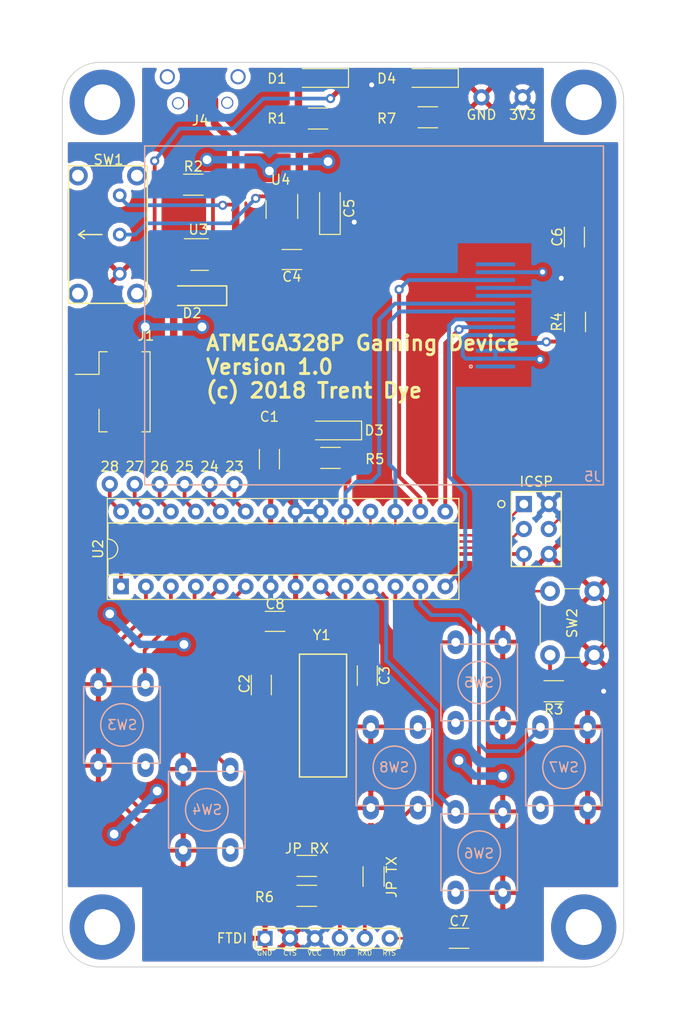
<source format=kicad_pcb>
(kicad_pcb (version 4) (host pcbnew 4.0.7)
  (layers (0 F.Cu signal) (31 B.Cu signal) (34 B.Paste user hide) (35 F.Paste user hide) (36 B.SilkS user) (37 F.SilkS user) (38 B.Mask user hide) (39 F.Mask user hide) (44 Edge.Cuts user))
  (net 0 "")
  (net 1 +3V3)
  (net 2 GND)
  (net 3 XTAL1)
  (net 4 XTAL2)
  (net 5 "Net-(C4-Pad2)")
  (net 6 "Net-(C7-Pad1)")
  (net 7 MCU_RESET)
  (net 8 "Net-(D1-Pad1)")
  (net 9 "Net-(D1-Pad2)")
  (net 10 VBUS)
  (net 11 +BATT)
  (net 12 "Net-(D3-Pad2)")
  (net 13 "Net-(D4-Pad1)")
  (net 14 "Net-(J2-Pad4)")
  (net 15 TXD)
  (net 16 MISO)
  (net 17 SCK)
  (net 18 MOSI)
  (net 19 "Net-(R2-Pad2)")
  (net 20 DISP_LED+)
  (net 21 RXD)
  (net 22 "Net-(SW1-Pad2)")
  (net 23 BUTTON_A)
  (net 24 BUTTON_B)
  (net 25 BUTTON_UP)
  (net 26 BUTTON_DOWN)
  (net 27 BUTTON_LEFT)
  (net 28 BUTTON_RIGHT)
  (net 29 DISP_RESET)
  (net 30 CS)
  (net 31 DISP_RS)
  (net 32 "Net-(Y1-Pad3)")
  (net 33 "Net-(Y1-Pad2)")
  (net 34 "Net-(J2-Pad5)")
  (net 35 "Net-(J5-Pad14)")
  (net 36 "Net-(J5-Pad1)")
  (net 37 "Net-(JP1-Pad2)")
  (net 38 "Net-(TP2-Pad1)")
  (net 39 "Net-(TP3-Pad1)")
  (net 40 "Net-(TP4-Pad1)")
  (net 41 "Net-(TP5-Pad1)")
  (net 42 "Net-(TP6-Pad1)")
  (net 43 "Net-(TP7-Pad1)")
  (module Capacitors_SMD:C_1206_HandSoldering (layer F.Cu) (at 46.482 65.786 90)
    (fp_text reference C1 (at 4.318 0 180) (layer F.SilkS))
    (fp_text value "0.1 uF")
    (pad 1 smd rect (at -2 0 90) (size 2 1.6) (layers F.Cu F.Paste F.Mask) (net 1 +3V3))
    (pad 2 smd rect (at 2 0 90) (size 2 1.6) (layers F.Cu F.Paste F.Mask) (net 2 GND))
  )
  (module Capacitors_SMD:C_1206_HandSoldering (layer F.Cu) (at 45.6565 88.773 270)
    (fp_text reference C2 (at -0.127 1.7145 270) (layer F.SilkS))
    (fp_text value 20pF)
    (pad 1 smd rect (at -2 0 270) (size 2 1.6) (layers F.Cu F.Paste F.Mask) (net 3 XTAL1))
    (pad 2 smd rect (at 2 0 270) (size 2 1.6) (layers F.Cu F.Paste F.Mask) (net 2 GND))
  )
  (module Capacitors_SMD:C_1206_HandSoldering (layer F.Cu) (at 56.4515 87.8205 270)
    (fp_text reference C3 (at 0 -1.75 270) (layer F.SilkS))
    (fp_text value 20pF)
    (pad 1 smd rect (at -2 0 270) (size 2 1.6) (layers F.Cu F.Paste F.Mask) (net 4 XTAL2))
    (pad 2 smd rect (at 2 0 270) (size 2 1.6) (layers F.Cu F.Paste F.Mask) (net 2 GND))
  )
  (module Capacitors_SMD:C_1206_HandSoldering (layer F.Cu) (at 48.768 45.466 180)
    (fp_text reference C4 (at 0 -1.75 180) (layer F.SilkS))
    (fp_text value 470pf)
    (pad 1 smd rect (at -2 0 180) (size 2 1.6) (layers F.Cu F.Paste F.Mask) (net 2 GND))
    (pad 2 smd rect (at 2 0 180) (size 2 1.6) (layers F.Cu F.Paste F.Mask) (net 5 "Net-(C4-Pad2)"))
  )
  (module Capacitors_Tantalum_SMD:CP_Tantalum_Case-S_EIA-3216-12_Reflow (layer F.Cu) (at 52.6415 40.259 90)
    (fp_text reference C5 (at 0 1.9685 90) (layer F.SilkS))
    (fp_text value 10uF)
    (pad 1 smd rect (at -1.375 0 90) (size 1.95 1.5) (layers F.Cu F.Paste F.Mask) (net 1 +3V3))
    (pad 2 smd rect (at 1.375 0 90) (size 1.95 1.5) (layers F.Cu F.Paste F.Mask) (net 2 GND))
  )
  (module Capacitors_SMD:C_1206_HandSoldering (layer F.Cu) (at 77.5335 43.18 90)
    (fp_text reference C6 (at 0 -1.75 90) (layer F.SilkS))
    (fp_text value .1uF)
    (pad 1 smd rect (at -2 0 90) (size 2 1.6) (layers F.Cu F.Paste F.Mask) (net 1 +3V3))
    (pad 2 smd rect (at 2 0 90) (size 2 1.6) (layers F.Cu F.Paste F.Mask) (net 2 GND))
  )
  (module Capacitors_SMD:C_1206_HandSoldering (layer F.Cu) (at 65.786 114.554)
    (fp_text reference C7 (at 0 -1.75) (layer F.SilkS))
    (fp_text value "0.1 uF")
    (pad 1 smd rect (at -2 0) (size 2 1.6) (layers F.Cu F.Paste F.Mask) (net 6 "Net-(C7-Pad1)"))
    (pad 2 smd rect (at 2 0) (size 2 1.6) (layers F.Cu F.Paste F.Mask) (net 7 MCU_RESET))
  )
  (module LEDs:LED_1206_HandSoldering (layer F.Cu) (at 51.435 26.9875 180)
    (fp_text reference D1 (at 4.191 -0.0635 180) (layer F.SilkS))
    (fp_text value LED)
    (pad 1 smd rect (at -2 0 180) (size 2 1.7) (layers F.Cu F.Paste F.Mask) (net 8 "Net-(D1-Pad1)"))
    (pad 2 smd rect (at 2 0 180) (size 2 1.7) (layers F.Cu F.Paste F.Mask) (net 9 "Net-(D1-Pad2)"))
  )
  (module LEDs:LED_1206_HandSoldering (layer F.Cu) (at 52.7685 62.865 180)
    (fp_text reference D3 (at -4.3815 0 180) (layer F.SilkS))
    (fp_text value LED)
    (pad 1 smd rect (at -2 0 180) (size 2 1.7) (layers F.Cu F.Paste F.Mask) (net 2 GND))
    (pad 2 smd rect (at 2 0 180) (size 2 1.7) (layers F.Cu F.Paste F.Mask) (net 12 "Net-(D3-Pad2)"))
  )
  (module LEDs:LED_1206_HandSoldering (layer F.Cu) (at 62.611 26.9875 180)
    (fp_text reference D4 (at 4.191 -0.0635 180) (layer F.SilkS))
    (fp_text value LED)
    (pad 1 smd rect (at -2 0 180) (size 2 1.7) (layers F.Cu F.Paste F.Mask) (net 13 "Net-(D4-Pad1)"))
    (pad 2 smd rect (at 2 0 180) (size 2 1.7) (layers F.Cu F.Paste F.Mask) (net 1 +3V3))
  )
  (module Connectors_JST:JST_PH_B2B-PH-SM4-TB_02x2.00mm_Straight (layer F.Cu) (at 30.607 58.928 270)
    (fp_text reference J1 (at -5.715 -3.302 360) (layer F.SilkS))
    (fp_text value JST)
    (pad 1 smd rect (at -1 1.125 270) (size 1 5.5) (layers F.Cu F.Paste F.Mask) (net 2 GND))
    (pad 2 smd rect (at 1 1.125 270) (size 1 5.5) (layers F.Cu F.Paste F.Mask) (net 11 +BATT))
    (pad "" smd rect (at -3.4 -1.125 270) (size 1.6 3) (layers F.Cu F.Paste F.Mask))
    (pad "" smd rect (at 3.4 -1.125 270) (size 1.6 3) (layers F.Cu F.Paste F.Mask))
  )
  (module MyComponents:10118194-0001LF (layer F.Cu) (at 39.6875 26.8605 180)
    (fp_text reference J4 (at 0.25 -4.45 180) (layer F.SilkS))
    (fp_text value MICROUSB)
    (pad 5 smd rect (at 1.3 -2.7 180) (size 0.4 1.35) (layers F.Cu F.Paste F.Mask) (net 2 GND))
    (pad 1 smd rect (at -1.3 -2.7 180) (size 0.4 1.35) (layers F.Cu F.Paste F.Mask) (net 10 VBUS))
    (pad "" np_thru_hole circle (at 2.5 -2.7 180) (size 1.25 1.25) (drill 1) (layers *.Cu *.Mask))
    (pad "" np_thru_hole circle (at -2.5 -2.65 180) (size 1.25 1.25) (drill 1) (layers *.Cu *.Mask))
    (pad "" np_thru_hole circle (at 3.6 0 180) (size 1.55 1.55) (drill 1.15) (layers *.Cu *.Mask))
    (pad "" np_thru_hole circle (at -3.6 0 180) (size 1.55 1.55) (drill 1.15) (layers *.Cu *.Mask))
  )
  (module Resistors_SMD:R_1206_HandSoldering (layer F.Cu) (at 50.292 107.188 180)
    (fp_text reference "JP RX" (at 0 1.778 180) (layer F.SilkS))
    (fp_text value MCU_RXD)
    (pad 1 smd rect (at -2 0 180) (size 2 1.7) (layers F.Cu F.Paste F.Mask) (net 21 RXD))
    (pad 2 smd rect (at 2 0 180) (size 2 1.7) (layers F.Cu F.Paste F.Mask) (net 37 "Net-(JP1-Pad2)"))
  )
  (module Resistors_SMD:R_1206_HandSoldering (layer F.Cu) (at 57.0865 108.2675 270)
    (fp_text reference "JP TX" (at 0.0635 -1.8415 270) (layer F.SilkS))
    (fp_text value MCU_TXD)
    (pad 1 smd rect (at -2 0 270) (size 2 1.7) (layers F.Cu F.Paste F.Mask) (net 15 TXD))
    (pad 2 smd rect (at 2 0 270) (size 2 1.7) (layers F.Cu F.Paste F.Mask) (net 34 "Net-(J2-Pad5)"))
  )
  (module Resistors_SMD:R_1206_HandSoldering (layer F.Cu) (at 51.435 31.115)
    (fp_text reference R1 (at -4.191 0) (layer F.SilkS))
    (fp_text value 330)
    (pad 1 smd rect (at -2 0) (size 2 1.7) (layers F.Cu F.Paste F.Mask) (net 9 "Net-(D1-Pad2)"))
    (pad 2 smd rect (at 2 0) (size 2 1.7) (layers F.Cu F.Paste F.Mask) (net 10 VBUS))
  )
  (module Resistors_SMD:R_1206_HandSoldering (layer F.Cu) (at 38.735 37.846)
    (fp_text reference R2 (at 0 -1.85) (layer F.SilkS))
    (fp_text value 10k)
    (pad 1 smd rect (at -2 0) (size 2 1.7) (layers F.Cu F.Paste F.Mask) (net 2 GND))
    (pad 2 smd rect (at 2 0) (size 2 1.7) (layers F.Cu F.Paste F.Mask) (net 19 "Net-(R2-Pad2)"))
  )
  (module Resistors_SMD:R_1206_HandSoldering (layer F.Cu) (at 75.438 89.408 180)
    (fp_text reference R3 (at 0 -1.85 180) (layer F.SilkS))
    (fp_text value 10K)
    (pad 1 smd rect (at -2 0 180) (size 2 1.7) (layers F.Cu F.Paste F.Mask) (net 1 +3V3))
    (pad 2 smd rect (at 2 0 180) (size 2 1.7) (layers F.Cu F.Paste F.Mask) (net 7 MCU_RESET))
  )
  (module Resistors_SMD:R_1206_HandSoldering (layer F.Cu) (at 77.597 51.816 90)
    (fp_text reference R4 (at 0 -1.85 90) (layer F.SilkS))
    (fp_text value 22)
    (pad 1 smd rect (at -2 0 90) (size 2 1.7) (layers F.Cu F.Paste F.Mask) (net 20 DISP_LED+))
    (pad 2 smd rect (at 2 0 90) (size 2 1.7) (layers F.Cu F.Paste F.Mask) (net 1 +3V3))
  )
  (module Resistors_SMD:R_1206_HandSoldering (layer F.Cu) (at 52.705 65.659)
    (fp_text reference R5 (at 4.5085 0.127) (layer F.SilkS))
    (fp_text value 60)
    (pad 1 smd rect (at -2 0) (size 2 1.7) (layers F.Cu F.Paste F.Mask) (net 12 "Net-(D3-Pad2)"))
    (pad 2 smd rect (at 2 0) (size 2 1.7) (layers F.Cu F.Paste F.Mask) (net 17 SCK))
  )
  (module Resistors_SMD:R_1206_HandSoldering (layer F.Cu) (at 50.292 110.236 180)
    (fp_text reference R6 (at 4.318 -0.127 180) (layer F.SilkS))
    (fp_text value 10K)
    (pad 1 smd rect (at -2 0 180) (size 2 1.7) (layers F.Cu F.Paste F.Mask) (net 14 "Net-(J2-Pad4)"))
    (pad 2 smd rect (at 2 0 180) (size 2 1.7) (layers F.Cu F.Paste F.Mask) (net 37 "Net-(JP1-Pad2)"))
  )
  (module Resistors_SMD:R_1206_HandSoldering (layer F.Cu) (at 62.611 30.988 180)
    (fp_text reference R7 (at 4.191 -0.127 180) (layer F.SilkS))
    (fp_text value 60)
    (pad 1 smd rect (at -2 0 180) (size 2 1.7) (layers F.Cu F.Paste F.Mask) (net 13 "Net-(D4-Pad1)"))
    (pad 2 smd rect (at 2 0 180) (size 2 1.7) (layers F.Cu F.Paste F.Mask) (net 2 GND))
  )
  (module Buttons_Switches_THT:SW_PUSH_6mm_h4.3mm (layer F.Cu) (at 75.057 85.725 90)
    (fp_text reference SW2 hide)
    (fp_text value 450-1647-ND)
    (fp_text user %R (at 3.25 2.25 90) (layer F.SilkS))
    (pad 2 thru_hole circle (at 0 4.5 180) (size 2 2) (drill 1.1) (layers *.Cu *.Mask) (net 2 GND))
    (pad 1 thru_hole circle (at 0 0 180) (size 2 2) (drill 1.1) (layers *.Cu *.Mask) (net 7 MCU_RESET))
    (pad 2 thru_hole circle (at 6.5 4.5 180) (size 2 2) (drill 1.1) (layers *.Cu *.Mask) (net 2 GND))
    (pad 1 thru_hole circle (at 6.5 0 180) (size 2 2) (drill 1.1) (layers *.Cu *.Mask) (net 7 MCU_RESET))
  )
  (module MyComponents:ADAFRUIT_SOFT_TOUCH_BUTTON (layer B.Cu) (at 31.4706 92.837 90)
    (fp_text reference SW3 (at 0 0.0254 360) (layer B.SilkS) (effects (justify mirror)))
    (fp_text value BTN_A)
    (pad 1 thru_hole oval (at -4.1 2.4 90) (size 2.413 1.651) (drill 0.889) (layers *.Cu *.Mask) (net 23 BUTTON_A))
    (pad 2 thru_hole oval (at -4.1 -2.4 90) (size 2.413 1.651) (drill 0.889) (layers *.Cu *.Mask) (net 2 GND))
    (pad 1 thru_hole oval (at 4.1 2.4 90) (size 2.413 1.651) (drill 0.889) (layers *.Cu *.Mask) (net 23 BUTTON_A))
    (pad 2 thru_hole oval (at 4.1 -2.4 90) (size 2.413 1.651) (drill 0.889) (layers *.Cu *.Mask) (net 2 GND))
  )
  (module MyComponents:ADAFRUIT_SOFT_TOUCH_BUTTON (layer B.Cu) (at 40.1066 101.473 90)
    (fp_text reference SW4 (at 0 0.0254 180) (layer B.SilkS) (effects (justify mirror)))
    (fp_text value BTN_B)
    (pad 1 thru_hole oval (at -4.1 2.4 90) (size 2.413 1.651) (drill 0.889) (layers *.Cu *.Mask) (net 24 BUTTON_B))
    (pad 2 thru_hole oval (at -4.1 -2.4 90) (size 2.413 1.651) (drill 0.889) (layers *.Cu *.Mask) (net 2 GND))
    (pad 1 thru_hole oval (at 4.1 2.4 90) (size 2.413 1.651) (drill 0.889) (layers *.Cu *.Mask) (net 24 BUTTON_B))
    (pad 2 thru_hole oval (at 4.1 -2.4 90) (size 2.413 1.651) (drill 0.889) (layers *.Cu *.Mask) (net 2 GND))
  )
  (module MyComponents:ADAFRUIT_SOFT_TOUCH_BUTTON (layer B.Cu) (at 67.8434 88.519 270)
    (fp_text reference SW5 (at 0 0.0254 360) (layer B.SilkS) (effects (justify mirror)))
    (fp_text value BTN_U)
    (pad 1 thru_hole oval (at -4.1 2.4 270) (size 2.413 1.651) (drill 0.889) (layers *.Cu *.Mask) (net 25 BUTTON_UP))
    (pad 2 thru_hole oval (at -4.1 -2.4 270) (size 2.413 1.651) (drill 0.889) (layers *.Cu *.Mask) (net 2 GND))
    (pad 1 thru_hole oval (at 4.1 2.4 270) (size 2.413 1.651) (drill 0.889) (layers *.Cu *.Mask) (net 25 BUTTON_UP))
    (pad 2 thru_hole oval (at 4.1 -2.4 270) (size 2.413 1.651) (drill 0.889) (layers *.Cu *.Mask) (net 2 GND))
  )
  (module MyComponents:ADAFRUIT_SOFT_TOUCH_BUTTON (layer B.Cu) (at 67.8434 105.791 270)
    (fp_text reference SW6 (at 0.127 0.0254 360) (layer B.SilkS) (effects (justify mirror)))
    (fp_text value BTN_D)
    (pad 1 thru_hole oval (at -4.1 2.4 270) (size 2.413 1.651) (drill 0.889) (layers *.Cu *.Mask) (net 26 BUTTON_DOWN))
    (pad 2 thru_hole oval (at -4.1 -2.4 270) (size 2.413 1.651) (drill 0.889) (layers *.Cu *.Mask) (net 2 GND))
    (pad 1 thru_hole oval (at 4.1 2.4 270) (size 2.413 1.651) (drill 0.889) (layers *.Cu *.Mask) (net 26 BUTTON_DOWN))
    (pad 2 thru_hole oval (at 4.1 -2.4 270) (size 2.413 1.651) (drill 0.889) (layers *.Cu *.Mask) (net 2 GND))
  )
  (module MyComponents:ADAFRUIT_SOFT_TOUCH_BUTTON (layer B.Cu) (at 76.4794 97.155 270)
    (fp_text reference SW7 (at 0 0.0254 360) (layer B.SilkS) (effects (justify mirror)))
    (fp_text value BTN_L)
    (pad 1 thru_hole oval (at -4.1 2.4 270) (size 2.413 1.651) (drill 0.889) (layers *.Cu *.Mask) (net 27 BUTTON_LEFT))
    (pad 2 thru_hole oval (at -4.1 -2.4 270) (size 2.413 1.651) (drill 0.889) (layers *.Cu *.Mask) (net 2 GND))
    (pad 1 thru_hole oval (at 4.1 2.4 270) (size 2.413 1.651) (drill 0.889) (layers *.Cu *.Mask) (net 27 BUTTON_LEFT))
    (pad 2 thru_hole oval (at 4.1 -2.4 270) (size 2.413 1.651) (drill 0.889) (layers *.Cu *.Mask) (net 2 GND))
  )
  (module MyComponents:ADAFRUIT_SOFT_TOUCH_BUTTON (layer B.Cu) (at 59.2074 97.155 90)
    (fp_text reference SW8 (at 0 -0.0254 180) (layer B.SilkS) (effects (justify mirror)))
    (fp_text value BTN_R)
    (pad 1 thru_hole oval (at -4.1 2.4 90) (size 2.413 1.651) (drill 0.889) (layers *.Cu *.Mask) (net 28 BUTTON_RIGHT))
    (pad 2 thru_hole oval (at -4.1 -2.4 90) (size 2.413 1.651) (drill 0.889) (layers *.Cu *.Mask) (net 2 GND))
    (pad 1 thru_hole oval (at 4.1 2.4 90) (size 2.413 1.651) (drill 0.889) (layers *.Cu *.Mask) (net 28 BUTTON_RIGHT))
    (pad 2 thru_hole oval (at 4.1 -2.4 90) (size 2.413 1.651) (drill 0.889) (layers *.Cu *.Mask) (net 2 GND))
  )
  (module MyComponents:TP (layer F.Cu) (at 68.072 28.956)
    (fp_text reference GND (at 0 1.778) (layer F.SilkS))
    (fp_text value TEST)
    (pad 1 thru_hole circle (at 0 0) (size 1.651 1.651) (drill 0.889) (layers *.Cu *.Mask) (net 2 GND))
  )
  (module MyComponents:TP (layer F.Cu) (at 42.926 68.326)
    (fp_text reference 23 (at 0 -1.778) (layer F.SilkS))
    (fp_text value PC0)
    (pad 1 thru_hole circle (at 0 0) (size 1.651 1.651) (drill 0.889) (layers *.Cu *.Mask) (net 38 "Net-(TP2-Pad1)"))
  )
  (module MyComponents:TP (layer F.Cu) (at 40.386 68.326)
    (fp_text reference 24 (at 0 -1.778) (layer F.SilkS))
    (fp_text value PC1)
    (pad 1 thru_hole circle (at 0 0) (size 1.651 1.651) (drill 0.889) (layers *.Cu *.Mask) (net 39 "Net-(TP3-Pad1)"))
  )
  (module MyComponents:TP (layer F.Cu) (at 37.846 68.326)
    (fp_text reference 25 (at 0 -1.778) (layer F.SilkS))
    (fp_text value PC2)
    (pad 1 thru_hole circle (at 0 0) (size 1.651 1.651) (drill 0.889) (layers *.Cu *.Mask) (net 40 "Net-(TP4-Pad1)"))
  )
  (module MyComponents:TP (layer F.Cu) (at 35.306 68.326)
    (fp_text reference 26 (at 0 -1.778) (layer F.SilkS))
    (fp_text value PC3)
    (pad 1 thru_hole circle (at 0 0) (size 1.651 1.651) (drill 0.889) (layers *.Cu *.Mask) (net 41 "Net-(TP5-Pad1)"))
  )
  (module MyComponents:TP (layer F.Cu) (at 32.766 68.326)
    (fp_text reference 27 (at 0 -1.778) (layer F.SilkS))
    (fp_text value PC4)
    (pad 1 thru_hole circle (at 0 0) (size 1.651 1.651) (drill 0.889) (layers *.Cu *.Mask) (net 42 "Net-(TP6-Pad1)"))
  )
  (module MyComponents:TP (layer F.Cu) (at 30.226 68.326)
    (fp_text reference 28 (at 0 -1.778) (layer F.SilkS))
    (fp_text value PC5)
    (pad 1 thru_hole circle (at 0 0) (size 1.651 1.651) (drill 0.889) (layers *.Cu *.Mask) (net 43 "Net-(TP7-Pad1)"))
  )
  (module MyComponents:TP (layer F.Cu) (at 72.263 28.956)
    (fp_text reference 3V3 (at 0 1.778) (layer F.SilkS))
    (fp_text value +3.3V)
    (pad 1 thru_hole circle (at 0 0) (size 1.651 1.651) (drill 0.889) (layers *.Cu *.Mask) (net 1 +3V3))
  )
  (module Housings_DIP:DIP-28_W7.62mm_Socket (layer F.Cu) (at 31.369 78.74 90)
    (fp_text reference U2 (at 3.81 -2.33 90) (layer F.SilkS))
    (fp_text value ATMEGA328P-PU)
    (pad 1 thru_hole rect (at 0 0 90) (size 1.6 1.6) (drill 0.8) (layers *.Cu *.Mask) (net 7 MCU_RESET))
    (pad 15 thru_hole oval (at 7.62 33.02 90) (size 1.6 1.6) (drill 0.8) (layers *.Cu *.Mask) (net 29 DISP_RESET))
    (pad 2 thru_hole oval (at 0 2.54 90) (size 1.6 1.6) (drill 0.8) (layers *.Cu *.Mask) (net 21 RXD))
    (pad 16 thru_hole oval (at 7.62 30.48 90) (size 1.6 1.6) (drill 0.8) (layers *.Cu *.Mask) (net 30 CS))
    (pad 3 thru_hole oval (at 0 5.08 90) (size 1.6 1.6) (drill 0.8) (layers *.Cu *.Mask) (net 15 TXD))
    (pad 17 thru_hole oval (at 7.62 27.94 90) (size 1.6 1.6) (drill 0.8) (layers *.Cu *.Mask) (net 18 MOSI))
    (pad 4 thru_hole oval (at 0 7.62 90) (size 1.6 1.6) (drill 0.8) (layers *.Cu *.Mask) (net 23 BUTTON_A))
    (pad 18 thru_hole oval (at 7.62 25.4 90) (size 1.6 1.6) (drill 0.8) (layers *.Cu *.Mask) (net 16 MISO))
    (pad 5 thru_hole oval (at 0 10.16 90) (size 1.6 1.6) (drill 0.8) (layers *.Cu *.Mask) (net 24 BUTTON_B))
    (pad 19 thru_hole oval (at 7.62 22.86 90) (size 1.6 1.6) (drill 0.8) (layers *.Cu *.Mask) (net 17 SCK))
    (pad 6 thru_hole oval (at 0 12.7 90) (size 1.6 1.6) (drill 0.8) (layers *.Cu *.Mask) (net 28 BUTTON_RIGHT))
    (pad 20 thru_hole oval (at 7.62 20.32 90) (size 1.6 1.6) (drill 0.8) (layers *.Cu *.Mask) (net 1 +3V3))
    (pad 7 thru_hole oval (at 0 15.24 90) (size 1.6 1.6) (drill 0.8) (layers *.Cu *.Mask) (net 1 +3V3))
    (pad 21 thru_hole oval (at 7.62 17.78 90) (size 1.6 1.6) (drill 0.8) (layers *.Cu *.Mask) (net 1 +3V3))
    (pad 8 thru_hole oval (at 0 17.78 90) (size 1.6 1.6) (drill 0.8) (layers *.Cu *.Mask) (net 2 GND))
    (pad 22 thru_hole oval (at 7.62 15.24 90) (size 1.6 1.6) (drill 0.8) (layers *.Cu *.Mask) (net 2 GND))
    (pad 9 thru_hole oval (at 0 20.32 90) (size 1.6 1.6) (drill 0.8) (layers *.Cu *.Mask) (net 3 XTAL1))
    (pad 23 thru_hole oval (at 7.62 12.7 90) (size 1.6 1.6) (drill 0.8) (layers *.Cu *.Mask) (net 38 "Net-(TP2-Pad1)"))
    (pad 10 thru_hole oval (at 0 22.86 90) (size 1.6 1.6) (drill 0.8) (layers *.Cu *.Mask) (net 4 XTAL2))
    (pad 24 thru_hole oval (at 7.62 10.16 90) (size 1.6 1.6) (drill 0.8) (layers *.Cu *.Mask) (net 39 "Net-(TP3-Pad1)"))
    (pad 11 thru_hole oval (at 0 25.4 90) (size 1.6 1.6) (drill 0.8) (layers *.Cu *.Mask) (net 26 BUTTON_DOWN))
    (pad 25 thru_hole oval (at 7.62 7.62 90) (size 1.6 1.6) (drill 0.8) (layers *.Cu *.Mask) (net 40 "Net-(TP4-Pad1)"))
    (pad 12 thru_hole oval (at 0 27.94 90) (size 1.6 1.6) (drill 0.8) (layers *.Cu *.Mask) (net 25 BUTTON_UP))
    (pad 26 thru_hole oval (at 7.62 5.08 90) (size 1.6 1.6) (drill 0.8) (layers *.Cu *.Mask) (net 41 "Net-(TP5-Pad1)"))
    (pad 13 thru_hole oval (at 0 30.48 90) (size 1.6 1.6) (drill 0.8) (layers *.Cu *.Mask) (net 27 BUTTON_LEFT))
    (pad 27 thru_hole oval (at 7.62 2.54 90) (size 1.6 1.6) (drill 0.8) (layers *.Cu *.Mask) (net 42 "Net-(TP6-Pad1)"))
    (pad 14 thru_hole oval (at 0 33.02 90) (size 1.6 1.6) (drill 0.8) (layers *.Cu *.Mask) (net 31 DISP_RS))
    (pad 28 thru_hole oval (at 7.62 0 90) (size 1.6 1.6) (drill 0.8) (layers *.Cu *.Mask) (net 43 "Net-(TP7-Pad1)"))
  )
  (module TO_SOT_Packages_SMD:SOT-23-5_HandSoldering (layer F.Cu) (at 39.37 44.958)
    (fp_text reference U3 (at -0.127 -2.54) (layer F.SilkS))
    (fp_text value MCP73831)
    (pad 1 smd rect (at -1.35 -0.95) (size 1.56 0.65) (layers F.Cu F.Paste F.Mask) (net 8 "Net-(D1-Pad1)"))
    (pad 2 smd rect (at -1.35 0) (size 1.56 0.65) (layers F.Cu F.Paste F.Mask) (net 2 GND))
    (pad 3 smd rect (at -1.35 0.95) (size 1.56 0.65) (layers F.Cu F.Paste F.Mask) (net 11 +BATT))
    (pad 4 smd rect (at 1.35 0.95) (size 1.56 0.65) (layers F.Cu F.Paste F.Mask) (net 10 VBUS))
    (pad 5 smd rect (at 1.35 -0.95) (size 1.56 0.65) (layers F.Cu F.Paste F.Mask) (net 19 "Net-(R2-Pad2)"))
  )
  (module TO_SOT_Packages_SMD:SOT-23-5_HandSoldering (layer F.Cu) (at 47.752 40.386 270)
    (fp_text reference U4 (at -3.048 0.127 360) (layer F.SilkS))
    (fp_text value MIC5219-3.3)
    (pad 1 smd rect (at -1.35 -0.95 270) (size 1.56 0.65) (layers F.Cu F.Paste F.Mask) (net 10 VBUS))
    (pad 2 smd rect (at -1.35 0 270) (size 1.56 0.65) (layers F.Cu F.Paste F.Mask) (net 2 GND))
    (pad 3 smd rect (at -1.35 0.95 270) (size 1.56 0.65) (layers F.Cu F.Paste F.Mask) (net 22 "Net-(SW1-Pad2)"))
    (pad 4 smd rect (at 1.35 0.95 270) (size 1.56 0.65) (layers F.Cu F.Paste F.Mask) (net 5 "Net-(C4-Pad2)"))
    (pad 5 smd rect (at 1.35 -0.95 270) (size 1.56 0.65) (layers F.Cu F.Paste F.Mask) (net 1 +3V3))
  )
  (module MyComponents:ECS-80-16-28AX-TR (layer F.Cu) (at 51.943 91.8845 270)
    (fp_text reference Y1 (at -8.1915 0.127 360) (layer F.SilkS))
    (fp_text value CrystalSMD4Pin)
    (pad 1 smd rect (at -5.05 1.75 270) (size 4 2.2) (layers F.Cu F.Paste F.Mask) (net 3 XTAL1))
    (pad 4 smd rect (at -5.05 -1.75 270) (size 4 2.2) (layers F.Cu F.Paste F.Mask) (net 4 XTAL2))
    (pad 2 smd rect (at 5.05 1.75 270) (size 4 2.2) (layers F.Cu F.Paste F.Mask) (net 33 "Net-(Y1-Pad2)"))
    (pad 3 smd rect (at 5.05 -1.75 270) (size 4 2.2) (layers F.Cu F.Paste F.Mask) (net 32 "Net-(Y1-Pad3)"))
  )
  (module MyComponents:#6_BHCS_MOUNTING_HOLE (layer F.Cu) (at 29.464 29.464)
    (fp_text reference REF** hide)
    (fp_text value "#6_BHCS")
    (pad "" np_thru_hole circle (at 0 0) (size 6.6548 6.6548) (drill 3.6576) (layers *.Cu *.Mask))
  )
  (module MyComponents:#6_BHCS_MOUNTING_HOLE (layer F.Cu) (at 78.486 29.464)
    (fp_text reference REF** hide)
    (fp_text value "#6_BHCS")
    (pad "" np_thru_hole circle (at 0 0) (size 6.6548 6.6548) (drill 3.6576) (layers *.Cu *.Mask))
  )
  (module MyComponents:#6_BHCS_MOUNTING_HOLE (layer F.Cu) (at 29.464 113.411)
    (fp_text reference REF** hide)
    (fp_text value "#6_BHCS")
    (pad "" np_thru_hole circle (at 0 0) (size 6.6548 6.6548) (drill 3.6576) (layers *.Cu *.Mask))
  )
  (module MyComponents:#6_BHCS_MOUNTING_HOLE (layer F.Cu) (at 78.486 113.411)
    (fp_text reference REF** hide)
    (fp_text value "#6_BHCS")
    (pad "" np_thru_hole circle (at 0 0) (size 6.6548 6.6548) (drill 3.6576) (layers *.Cu *.Mask))
  )
  (module MyComponents:FTDI_HEADER (layer F.Cu) (at 52.3875 114.554 90)
    (fp_text reference FTDI (at 0 -9.7155 180) (layer F.SilkS))
    (fp_text value FTDI_HEADER)
    (fp_text user RTS (at -1.5 6.3 180) (layer F.SilkS) (effects (font (size 0.508 0.508) (thickness 0.0762))))
    (fp_text user RXD (at -1.5 3.8 180) (layer F.SilkS) (effects (font (size 0.508 0.508) (thickness 0.0762))))
    (fp_text user TXD (at -1.5 1.2 180) (layer F.SilkS) (effects (font (size 0.508 0.508) (thickness 0.0762))))
    (fp_text user VCC (at -1.5 -1.3 180) (layer F.SilkS) (effects (font (size 0.508 0.508) (thickness 0.0762))))
    (fp_text user CTS (at -1.5 -3.8 180) (layer F.SilkS) (effects (font (size 0.508 0.508) (thickness 0.0762))))
    (fp_text user GND (at -1.5 -6.4 180) (layer F.SilkS) (effects (font (size 0.508 0.508) (thickness 0.0762))))
    (pad 1 thru_hole rect (at 0 -6.35 90) (size 1.524 1.524) (drill 1.016) (layers *.Cu *.Mask) (net 2 GND))
    (pad 2 thru_hole circle (at 0 -3.81 90) (size 1.651 1.651) (drill 0.889) (layers *.Cu *.Mask) (net 2 GND))
    (pad 3 thru_hole circle (at 0 -1.27 90) (size 1.651 1.651) (drill 0.889) (layers *.Cu *.Mask) (net 1 +3V3))
    (pad 4 thru_hole circle (at 0 1.27 90) (size 1.651 1.651) (drill 0.889) (layers *.Cu *.Mask) (net 14 "Net-(J2-Pad4)"))
    (pad 5 thru_hole circle (at 0 3.81 90) (size 1.651 1.651) (drill 0.889) (layers *.Cu *.Mask) (net 34 "Net-(J2-Pad5)"))
    (pad 6 thru_hole circle (at 0 6.35 90) (size 1.651 1.651) (drill 0.889) (layers *.Cu *.Mask) (net 6 "Net-(C7-Pad1)"))
  )
  (module MyComponents:ICSP_HEADER (layer F.Cu) (at 73.66 72.898)
    (fp_text reference ICSP (at 0 -4.826) (layer F.SilkS))
    (fp_text value ICSP_HEADER)
    (pad 1 thru_hole rect (at -1.27 -2.54) (size 1.651 1.651) (drill 0.889) (layers *.Cu *.Mask) (net 16 MISO))
    (pad 2 thru_hole circle (at 1.27 -2.54) (size 1.651 1.651) (drill 0.889) (layers *.Cu *.Mask) (net 1 +3V3))
    (pad 3 thru_hole circle (at -1.27 0) (size 1.651 1.651) (drill 0.889) (layers *.Cu *.Mask) (net 17 SCK))
    (pad 4 thru_hole circle (at 1.27 0) (size 1.651 1.651) (drill 0.889) (layers *.Cu *.Mask) (net 18 MOSI))
    (pad 5 thru_hole circle (at -1.27 2.54) (size 1.651 1.651) (drill 0.889) (layers *.Cu *.Mask) (net 7 MCU_RESET))
    (pad 6 thru_hole circle (at 1.27 2.54) (size 1.651 1.651) (drill 0.889) (layers *.Cu *.Mask) (net 2 GND))
  )
  (module MyComponents:EG1224 (layer F.Cu) (at 31.242 42.926 270)
    (fp_text reference SW1 (at -7.62 1.143 360) (layer F.SilkS))
    (fp_text value 1825232-1 hide)
    (pad 2 thru_hole circle (at 0 0 270) (size 1.4 1.4) (drill 0.8) (layers *.Cu *.Mask) (net 22 "Net-(SW1-Pad2)"))
    (pad 3 thru_hole circle (at 4 0 270) (size 1.4 1.4) (drill 0.8) (layers *.Cu *.Mask) (net 2 GND))
    (pad 1 thru_hole circle (at -4 0 270) (size 1.4 1.4) (drill 0.8) (layers *.Cu *.Mask) (net 10 VBUS))
    (pad "" np_thru_hole circle (at -6 -1.75 270) (size 2 2) (drill 1.2) (layers *.Cu *.Mask))
    (pad "" np_thru_hole circle (at 6 -1.75 270) (size 2 2) (drill 1.2) (layers *.Cu *.Mask))
    (pad "" np_thru_hole circle (at 6 4.25 270) (size 2 2) (drill 1.2) (layers *.Cu *.Mask))
    (pad "" np_thru_hole circle (at -6 4.25 270) (size 2 2) (drill 1.2) (layers *.Cu *.Mask))
  )
  (module MyComponents:JDT-1800 (layer B.Cu) (at 69.4944 51.1556)
    (fp_text reference J5 (at 9.8806 16.4084) (layer B.SilkS) (effects (justify mirror)))
    (fp_text value 1.8IN_TFT_ST7735_RIBBON)
    (pad 7 smd rect (at 0 0.4) (size 4 0.4) (layers B.Cu B.Paste B.Mask) (net 31 DISP_RS))
    (pad 6 smd rect (at 0 1.2) (size 4 0.4) (layers B.Cu B.Paste B.Mask) (net 29 DISP_RESET))
    (pad 5 smd rect (at 0 2) (size 4 0.4) (layers B.Cu B.Paste B.Mask) (net 2 GND))
    (pad 4 smd rect (at 0 2.8) (size 4 0.4) (layers B.Cu B.Paste B.Mask) (net 20 DISP_LED+))
    (pad 3 smd rect (at 0 3.6) (size 4 0.4) (layers B.Cu B.Paste B.Mask) (net 2 GND))
    (pad 2 smd rect (at 0 4.4) (size 4 0.4) (layers B.Cu B.Paste B.Mask) (net 2 GND))
    (pad 1 smd rect (at 0 5.2) (size 4 0.4) (layers B.Cu B.Paste B.Mask) (net 36 "Net-(J5-Pad1)"))
    (pad 8 smd rect (at 0 -0.4) (size 4 0.4) (layers B.Cu B.Paste B.Mask) (net 18 MOSI))
    (pad 9 smd rect (at 0 -1.2) (size 4 0.4) (layers B.Cu B.Paste B.Mask) (net 17 SCK))
    (pad 10 smd rect (at 0 -2) (size 4 0.4) (layers B.Cu B.Paste B.Mask) (net 1 +3V3))
    (pad 11 smd rect (at 0 -2.8) (size 4 0.4) (layers B.Cu B.Paste B.Mask) (net 1 +3V3))
    (pad 12 smd rect (at 0 -3.6) (size 4 0.4) (layers B.Cu B.Paste B.Mask) (net 30 CS))
    (pad 13 smd rect (at 0 -4.4) (size 4 0.4) (layers B.Cu B.Paste B.Mask) (net 2 GND))
    (pad 14 smd rect (at 0 -5.2) (size 4 0.4) (layers B.Cu B.Paste B.Mask) (net 35 "Net-(J5-Pad14)"))
  )
  (module MyComponents:B340A (layer F.Cu) (at 38.735 49.149 180)
    (fp_text reference D2 (at 0.127 -1.778 180) (layer F.SilkS))
    (fp_text value B340A)
    (pad 1 smd rect (at -2 0 180) (size 2.5 1.7) (layers F.Cu F.Paste F.Mask) (net 10 VBUS))
    (pad 2 smd rect (at 2 0 180) (size 2.5 1.7) (layers F.Cu F.Paste F.Mask) (net 11 +BATT))
  )
  (module Capacitors_SMD:C_1206_HandSoldering (layer F.Cu) (at 47.0535 82.296)
    (fp_text reference C8 (at 0 -1.75) (layer F.SilkS))
    (fp_text value "0.1 uF")
    (pad 1 smd rect (at -2 0) (size 2 1.6) (layers F.Cu F.Paste F.Mask) (net 1 +3V3))
    (pad 2 smd rect (at 2 0) (size 2 1.6) (layers F.Cu F.Paste F.Mask) (net 2 GND))
  )
  (gr_text "ATMEGA328P Gaming Device\nVersion 1.0\n(c) 2018 Trent Dye" (at 39.878 56.388) (layer F.SilkS) (effects (font (size 1.5 1.5) (thickness 0.3)) (justify left)))
  (gr_arc (start 78.74 113.665) (end 82.55 113.665) (angle 90) (layer Edge.Cuts) (width 0.1))
  (gr_arc (start 78.74 29.21) (end 78.74 25.4) (angle 90) (layer Edge.Cuts) (width 0.1))
  (gr_line (start 82.55 29.21) (end 82.55 113.665) (angle 90) (layer Edge.Cuts) (width 0.1))
  (gr_arc (start 29.21 113.665) (end 29.21 117.475) (angle 90) (layer Edge.Cuts) (width 0.1))
  (gr_line (start 29.21 117.475) (end 78.74 117.475) (angle 90) (layer Edge.Cuts) (width 0.1))
  (gr_arc (start 29.21 29.21) (end 25.4 29.21) (angle 90) (layer Edge.Cuts) (width 0.1))
  (gr_line (start 25.4 29.21) (end 25.4 113.665) (angle 90) (layer Edge.Cuts) (width 0.1))
  (gr_line (start 29.21 25.4) (end 78.74 25.4) (angle 90) (layer Edge.Cuts) (width 0.1))
  (segment (start 46.609 78.74) (end 46.609 81.185) (width 0.381) (layer F.Cu) (net 1))
  (segment (start 46.609 81.185) (end 45.8155 81.9785) (width 0.381) (layer F.Cu) (net 1))
  (segment (start 77.5335 47.371) (end 76.2 47.371) (width 0.508) (layer F.Cu) (net 1))
  (via (at 76.2 47.371) (size 0.9398) (drill 0.508) (layers F.Cu B.Cu) (net 1))
  (segment (start 77.5335 45.18) (end 77.5335 47.371) (width 0.508) (layer F.Cu) (net 1))
  (segment (start 77.5335 47.371) (end 77.5335 49.7525) (width 0.508) (layer F.Cu) (net 1))
  (segment (start 77.5335 49.7525) (end 77.597 49.816) (width 0.399999) (layer F.Cu) (net 1))
  (segment (start 69.4944 49.1556) (end 73.5264 49.1556) (width 0.399999) (layer B.Cu) (net 1))
  (segment (start 73.5264 49.1556) (end 73.66 49.022) (width 0.399999) (layer B.Cu) (net 1))
  (segment (start 69.4944 48.3556) (end 73.5644 48.3556) (width 0.399999) (layer B.Cu) (net 1))
  (segment (start 73.5644 48.3556) (end 73.66 48.26) (width 0.399999) (layer B.Cu) (net 1))
  (segment (start 77.438 89.408) (end 80.518 89.408) (width 0.381) (layer F.Cu) (net 1))
  (via (at 80.518 89.408) (size 0.9398) (drill 0.508) (layers F.Cu B.Cu) (net 1))
  (segment (start 49.149 71.12) (end 49.149 70.453) (width 0.381) (layer F.Cu) (net 1))
  (segment (start 49.149 70.453) (end 46.482 67.786) (width 0.762) (layer F.Cu) (net 1))
  (segment (start 52.6415 41.634) (end 55.096 41.634) (width 0.762) (layer F.Cu) (net 1))
  (via (at 55.118 41.656) (size 0.9398) (drill 0.508) (layers F.Cu B.Cu) (net 1))
  (segment (start 55.096 41.634) (end 55.118 41.656) (width 0.762) (layer F.Cu) (net 1))
  (segment (start 60.611 26.9875) (end 57.5945 26.9875) (width 0.508) (layer F.Cu) (net 1))
  (via (at 56.896 27.686) (size 0.9398) (drill 0.508) (layers F.Cu B.Cu) (net 1))
  (segment (start 57.5945 26.9875) (end 56.896 27.686) (width 0.508) (layer F.Cu) (net 1))
  (segment (start 48.702 41.736) (end 52.5395 41.736) (width 0.762) (layer F.Cu) (net 1))
  (segment (start 52.5395 41.736) (end 52.6415 41.634) (width 0.762) (layer F.Cu) (net 1))
  (segment (start 40.132 35.306) (end 40.0685 35.2425) (width 0.381) (layer F.Cu) (net 2))
  (segment (start 37.211 35.3695) (end 36.735 35.8455) (width 0.381) (layer F.Cu) (net 2))
  (segment (start 37.211 35.2425) (end 37.211 35.3695) (width 0.381) (layer F.Cu) (net 2))
  (segment (start 40.0685 35.2425) (end 37.211 35.2425) (width 0.381) (layer F.Cu) (net 2))
  (segment (start 31.242 46.926) (end 31.1155 46.926) (width 0.381) (layer F.Cu) (net 2))
  (segment (start 31.1155 46.926) (end 29.337 48.7045) (width 0.381) (layer F.Cu) (net 2))
  (segment (start 29.337 48.7045) (end 29.337 50.8) (width 0.381) (layer F.Cu) (net 2))
  (segment (start 29.337 50.8) (end 30.861 52.324) (width 0.381) (layer F.Cu) (net 2))
  (segment (start 30.861 52.324) (end 33.8455 52.324) (width 0.381) (layer F.Cu) (net 2))
  (via (at 33.8455 52.324) (size 1.4478) (drill 0.889) (layers F.Cu B.Cu) (net 2))
  (segment (start 33.8455 52.324) (end 39.116 52.324) (width 0.762) (layer B.Cu) (net 2))
  (via (at 39.624 52.324) (size 1.4478) (drill 0.889) (layers F.Cu B.Cu) (net 2))
  (segment (start 29.482 57.928) (end 27.559 56.005) (width 0.762) (layer F.Cu) (net 2))
  (segment (start 27.559 56.005) (end 27.559 52.832) (width 0.762) (layer F.Cu) (net 2))
  (segment (start 27.559 52.832) (end 27.432 52.705) (width 0.762) (layer F.Cu) (net 2))
  (segment (start 70.231 98.044) (end 67.3735 98.044) (width 0.762) (layer B.Cu) (net 2))
  (via (at 70.231 98.044) (size 1.4478) (drill 0.889) (layers F.Cu B.Cu) (net 2))
  (segment (start 70.231 101.6786) (end 70.231 98.044) (width 0.381) (layer F.Cu) (net 2))
  (via (at 65.786 96.4565) (size 1.4478) (drill 0.889) (layers F.Cu B.Cu) (net 2))
  (segment (start 67.3735 98.044) (end 65.786 96.4565) (width 0.762) (layer B.Cu) (net 2))
  (segment (start 70.2434 101.691) (end 70.231 101.6786) (width 0.381) (layer F.Cu) (net 2))
  (segment (start 37.7066 97.373) (end 37.719 97.3854) (width 0.381) (layer F.Cu) (net 2))
  (segment (start 37.719 97.3854) (end 37.719 99.568) (width 0.381) (layer F.Cu) (net 2))
  (via (at 30.6705 103.9495) (size 1.4478) (drill 0.889) (layers F.Cu B.Cu) (net 2))
  (segment (start 35.052 99.568) (end 30.6705 103.9495) (width 0.762) (layer B.Cu) (net 2))
  (via (at 35.052 99.568) (size 1.4478) (drill 0.889) (layers F.Cu B.Cu) (net 2))
  (segment (start 37.719 99.568) (end 35.052 99.568) (width 0.381) (layer F.Cu) (net 2))
  (segment (start 37.7066 97.373) (end 37.7066 84.7214) (width 0.381) (layer F.Cu) (net 2))
  (segment (start 30.226 81.5975) (end 30.1625 81.661) (width 0.381) (layer F.Cu) (net 2))
  (segment (start 30.226 81.534) (end 30.226 81.5975) (width 0.381) (layer F.Cu) (net 2))
  (via (at 30.226 81.534) (size 1.4478) (drill 0.889) (layers F.Cu B.Cu) (net 2))
  (segment (start 33.3375 84.6455) (end 30.226 81.534) (width 0.762) (layer B.Cu) (net 2))
  (segment (start 37.7825 84.6455) (end 33.3375 84.6455) (width 0.762) (layer B.Cu) (net 2))
  (via (at 37.7825 84.6455) (size 1.4478) (drill 0.889) (layers F.Cu B.Cu) (net 2))
  (segment (start 37.7066 84.7214) (end 37.7825 84.6455) (width 0.381) (layer F.Cu) (net 2))
  (segment (start 46.482 36.449) (end 47.4345 35.4965) (width 0.762) (layer B.Cu) (net 2))
  (via (at 52.451 35.4965) (size 1.4478) (drill 0.889) (layers F.Cu B.Cu) (net 2))
  (segment (start 47.4345 35.4965) (end 52.451 35.4965) (width 0.762) (layer B.Cu) (net 2))
  (segment (start 46.482 36.449) (end 45.339 35.306) (width 0.762) (layer B.Cu) (net 2))
  (segment (start 40.1955 35.306) (end 40.259 35.3695) (width 0.762) (layer F.Cu) (net 2))
  (segment (start 40.132 35.306) (end 40.1955 35.306) (width 0.762) (layer F.Cu) (net 2))
  (via (at 40.132 35.306) (size 1.4478) (drill 0.889) (layers F.Cu B.Cu) (net 2))
  (segment (start 45.339 35.306) (end 40.132 35.306) (width 0.762) (layer B.Cu) (net 2))
  (segment (start 47.752 39.036) (end 47.752 36.83) (width 0.635) (layer F.Cu) (net 2))
  (via (at 46.482 36.449) (size 1.4478) (drill 0.889) (layers F.Cu B.Cu) (net 2))
  (segment (start 47.752 36.83) (end 46.482 36.449) (width 0.635) (layer F.Cu) (net 2))
  (segment (start 69.4944 54.7556) (end 69.4944 55.5556) (width 0.399999) (layer B.Cu) (net 2))
  (segment (start 69.4944 53.1556) (end 66.6054 53.1556) (width 0.399999) (layer B.Cu) (net 2))
  (segment (start 66.4776 55.5556) (end 69.6214 55.5556) (width 0.399999) (layer B.Cu) (net 2))
  (segment (start 66.167 55.245) (end 66.4776 55.5556) (width 0.399999) (layer B.Cu) (net 2))
  (segment (start 66.167 53.467) (end 66.167 55.245) (width 0.399999) (layer B.Cu) (net 2))
  (segment (start 66.6054 53.1556) (end 66.167 53.467) (width 0.399999) (layer B.Cu) (net 2))
  (segment (start 69.4944 46.7556) (end 74.2754 46.7556) (width 0.399999) (layer B.Cu) (net 2))
  (segment (start 74.295 46.736) (end 74.168 46.736) (width 0.399999) (layer F.Cu) (net 2))
  (via (at 74.295 46.736) (size 0.9398) (drill 0.508) (layers F.Cu B.Cu) (net 2))
  (segment (start 74.2754 46.7556) (end 74.295 46.736) (width 0.399999) (layer B.Cu) (net 2))
  (segment (start 69.6214 55.5556) (end 73.9706 55.5556) (width 0.399999) (layer B.Cu) (net 2))
  (via (at 74.041 55.626) (size 0.9398) (drill 0.508) (layers F.Cu B.Cu) (net 2))
  (segment (start 73.9706 55.5556) (end 74.041 55.626) (width 0.399999) (layer B.Cu) (net 2))
  (segment (start 36.735 37.846) (end 36.735 35.8455) (width 0.381) (layer F.Cu) (net 2))
  (segment (start 36.735 35.8455) (end 36.735 33.115) (width 0.381) (layer F.Cu) (net 2))
  (segment (start 36.735 33.115) (end 38.3875 31.4625) (width 0.381) (layer F.Cu) (net 2))
  (segment (start 38.3875 31.4625) (end 38.3875 29.5605) (width 0.381) (layer F.Cu) (net 2))
  (segment (start 38.02 44.958) (end 36.068 44.958) (width 0.381) (layer F.Cu) (net 2))
  (segment (start 29.482 57.928) (end 28.718 57.928) (width 0.762) (layer F.Cu) (net 2))
  (segment (start 30.7975 46.8625) (end 31.1155 46.8625) (width 0.381) (layer B.Cu) (net 2))
  (segment (start 31.1155 46.8625) (end 31.242 46.736) (width 0.381) (layer B.Cu) (net 2))
  (segment (start 50.193 86.8345) (end 50.193 85.7605) (width 0.381) (layer F.Cu) (net 3))
  (segment (start 50.193 85.7605) (end 52.832 83.1215) (width 0.381) (layer F.Cu) (net 3))
  (segment (start 52.832 79.883) (end 51.689 78.74) (width 0.381) (layer F.Cu) (net 3))
  (segment (start 52.832 83.1215) (end 52.832 79.883) (width 0.381) (layer F.Cu) (net 3))
  (segment (start 45.6565 86.773) (end 50.1315 86.773) (width 0.381) (layer F.Cu) (net 3))
  (segment (start 50.1315 86.773) (end 50.193 86.8345) (width 0.381) (layer F.Cu) (net 3))
  (segment (start 50.193 86.999) (end 50.193 86.8345) (width 0.762) (layer F.Cu) (net 3))
  (segment (start 49.2425 85.884) (end 50.193 86.8345) (width 0.381) (layer F.Cu) (net 3))
  (segment (start 53.693 86.8345) (end 53.693 85.3085) (width 0.381) (layer F.Cu) (net 4))
  (segment (start 53.693 85.3085) (end 54.229 84.7725) (width 0.381) (layer F.Cu) (net 4))
  (segment (start 54.229 84.7725) (end 54.229 78.74) (width 0.381) (layer F.Cu) (net 4))
  (segment (start 56.4515 85.8205) (end 54.707 85.8205) (width 0.381) (layer F.Cu) (net 4))
  (segment (start 54.707 85.8205) (end 53.693 86.8345) (width 0.381) (layer F.Cu) (net 4))
  (segment (start 46.802 41.736) (end 46.802 45.432) (width 0.381) (layer F.Cu) (net 5))
  (segment (start 46.802 45.432) (end 46.768 45.466) (width 0.381) (layer F.Cu) (net 5))
  (segment (start 58.7375 114.554) (end 63.786 114.554) (width 0.254) (layer F.Cu) (net 6))
  (segment (start 73.438 89.408) (end 73.438 89.122) (width 0.381) (layer F.Cu) (net 7))
  (segment (start 73.438 89.122) (end 75.057 87.503) (width 0.381) (layer F.Cu) (net 7))
  (segment (start 75.057 87.503) (end 75.057 85.725) (width 0.381) (layer F.Cu) (net 7))
  (segment (start 67.818 75.438) (end 67.818 114.522) (width 0.381) (layer F.Cu) (net 7))
  (segment (start 67.818 114.522) (end 67.786 114.554) (width 0.254) (layer F.Cu) (net 7))
  (segment (start 72.39 75.438) (end 72.39 78.486) (width 0.254) (layer F.Cu) (net 7))
  (segment (start 73.129 79.225) (end 75.057 79.225) (width 0.254) (layer F.Cu) (net 7))
  (segment (start 72.39 78.486) (end 73.129 79.225) (width 0.254) (layer F.Cu) (net 7))
  (segment (start 31.369 78.74) (end 31.369 77.089) (width 0.381) (layer F.Cu) (net 7))
  (segment (start 33.02 75.438) (end 67.818 75.438) (width 0.381) (layer F.Cu) (net 7))
  (segment (start 67.818 75.438) (end 72.39 75.438) (width 0.381) (layer F.Cu) (net 7))
  (segment (start 31.369 77.089) (end 33.02 75.438) (width 0.381) (layer F.Cu) (net 7))
  (segment (start 38.02 44.008) (end 36.007 44.008) (width 0.381) (layer F.Cu) (net 8))
  (segment (start 53.435 28.353) (end 53.435 26.9875) (width 0.508) (layer F.Cu) (net 8))
  (segment (start 52.705 29.083) (end 53.435 28.353) (width 0.508) (layer F.Cu) (net 8))
  (via (at 52.705 29.083) (size 0.9398) (drill 0.508) (layers F.Cu B.Cu) (net 8))
  (segment (start 45.847 29.083) (end 52.705 29.083) (width 0.381) (layer B.Cu) (net 8))
  (segment (start 42.799 32.131) (end 45.847 29.083) (width 0.381) (layer B.Cu) (net 8))
  (segment (start 37.338 32.131) (end 42.799 32.131) (width 0.381) (layer B.Cu) (net 8))
  (segment (start 34.798 35.433) (end 37.338 32.131) (width 0.381) (layer B.Cu) (net 8))
  (via (at 34.798 35.433) (size 0.9398) (drill 0.508) (layers F.Cu B.Cu) (net 8))
  (segment (start 34.798 42.799) (end 34.798 35.433) (width 0.381) (layer F.Cu) (net 8))
  (segment (start 36.007 44.008) (end 34.798 42.799) (width 0.381) (layer F.Cu) (net 8))
  (segment (start 49.435 26.9875) (end 49.435 31.115) (width 0.762) (layer F.Cu) (net 9))
  (segment (start 49.53 33.782) (end 49.53 38.354) (width 0.762) (layer F.Cu) (net 10))
  (segment (start 49.149 38.862) (end 48.829 39.036) (width 0.762) (layer F.Cu) (net 10))
  (segment (start 49.53 38.354) (end 49.149 38.862) (width 0.762) (layer F.Cu) (net 10))
  (segment (start 31.242 38.926) (end 31.242 39.116) (width 0.381) (layer B.Cu) (net 10))
  (segment (start 31.242 39.116) (end 32.0675 39.9415) (width 0.381) (layer B.Cu) (net 10))
  (segment (start 32.0675 39.9415) (end 41.7195 39.9415) (width 0.381) (layer B.Cu) (net 10))
  (via (at 41.7195 39.9415) (size 0.9398) (drill 0.508) (layers F.Cu B.Cu) (net 10))
  (segment (start 41.7195 39.9415) (end 41.783 39.878) (width 0.381) (layer F.Cu) (net 10))
  (segment (start 41.783 39.878) (end 43.053 39.878) (width 0.381) (layer F.Cu) (net 10))
  (segment (start 40.72 45.908) (end 43.053 45.908) (width 0.762) (layer F.Cu) (net 10))
  (segment (start 43.053 45.908) (end 43.053 45.847) (width 0.762) (layer F.Cu) (net 10))
  (segment (start 40.513 49.149) (end 40.735 49.149) (width 0.762) (layer F.Cu) (net 10))
  (segment (start 43.053 33.782) (end 49.53 33.782) (width 0.762) (layer F.Cu) (net 10))
  (segment (start 49.53 33.782) (end 50.768 33.782) (width 0.762) (layer F.Cu) (net 10))
  (segment (start 50.768 33.782) (end 53.435 31.115) (width 0.762) (layer F.Cu) (net 10))
  (segment (start 43.053 36.957) (end 43.053 33.782) (width 0.762) (layer F.Cu) (net 10))
  (segment (start 40.894 31.623) (end 40.894 29.21) (width 0.762) (layer F.Cu) (net 10))
  (segment (start 43.053 33.782) (end 40.894 31.623) (width 0.762) (layer F.Cu) (net 10))
  (segment (start 40.735 49.149) (end 41.783 49.149) (width 0.762) (layer F.Cu) (net 10))
  (segment (start 41.783 49.149) (end 43.053 47.879) (width 0.762) (layer F.Cu) (net 10))
  (segment (start 43.053 47.879) (end 43.053 45.847) (width 0.762) (layer F.Cu) (net 10))
  (segment (start 43.053 45.847) (end 43.053 39.878) (width 0.762) (layer F.Cu) (net 10))
  (segment (start 43.053 39.878) (end 43.053 37.338) (width 0.762) (layer F.Cu) (net 10))
  (segment (start 43.053 37.338) (end 43.053 36.957) (width 0.762) (layer F.Cu) (net 10))
  (segment (start 29.482 59.928) (end 35.195 59.928) (width 0.762) (layer F.Cu) (net 11))
  (segment (start 36.735 58.388) (end 36.735 49.149) (width 0.762) (layer F.Cu) (net 11))
  (segment (start 35.195 59.928) (end 36.735 58.388) (width 0.762) (layer F.Cu) (net 11))
  (segment (start 36.735 49.149) (end 36.735 48.1645) (width 0.381) (layer F.Cu) (net 11))
  (segment (start 38.0365 46.863) (end 38.0365 46.101) (width 0.381) (layer F.Cu) (net 11))
  (segment (start 36.735 48.1645) (end 38.0365 46.863) (width 0.381) (layer F.Cu) (net 11))
  (segment (start 50.7685 62.865) (end 50.7685 65.532) (width 0.381) (layer F.Cu) (net 12))
  (segment (start 50.7685 65.532) (end 50.6415 65.659) (width 0.254) (layer F.Cu) (net 12))
  (segment (start 64.611 26.9875) (end 64.611 30.988) (width 0.762) (layer F.Cu) (net 13))
  (segment (start 53.6575 114.554) (end 53.6575 111.6015) (width 0.381) (layer F.Cu) (net 14))
  (segment (start 53.6575 111.6015) (end 52.292 110.236) (width 0.381) (layer F.Cu) (net 14))
  (segment (start 57.0865 106.2675) (end 55.9755 106.2675) (width 0.381) (layer F.Cu) (net 15))
  (segment (start 36.449 80.645) (end 36.449 78.74) (width 0.381) (layer F.Cu) (net 15))
  (segment (start 32.258 84.836) (end 36.449 80.645) (width 0.381) (layer F.Cu) (net 15))
  (segment (start 32.258 100.33) (end 32.258 84.836) (width 0.381) (layer F.Cu) (net 15))
  (segment (start 33.528 101.6) (end 32.258 100.33) (width 0.381) (layer F.Cu) (net 15))
  (segment (start 51.308 101.6) (end 33.528 101.6) (width 0.381) (layer F.Cu) (net 15))
  (segment (start 55.9755 106.2675) (end 51.308 101.6) (width 0.381) (layer F.Cu) (net 15))
  (segment (start 57.912 74.167998) (end 56.769 73.024998) (width 0.254) (layer F.Cu) (net 16))
  (segment (start 72.39 70.358) (end 68.580002 74.167998) (width 0.254) (layer F.Cu) (net 16))
  (segment (start 57.912 74.167998) (end 68.580002 74.167998) (width 0.254) (layer F.Cu) (net 16))
  (segment (start 56.769 73.024998) (end 56.769 71.12) (width 0.254) (layer F.Cu) (net 16))
  (segment (start 56.769 71.12) (end 56.642 71.247) (width 0.254) (layer F.Cu) (net 16))
  (segment (start 72.136 72.898) (end 70.231 74.803) (width 0.254) (layer F.Cu) (net 17))
  (segment (start 54.229 72.771) (end 56.261 74.803) (width 0.254) (layer F.Cu) (net 17))
  (segment (start 56.261 74.803) (end 70.231 74.803) (width 0.254) (layer F.Cu) (net 17))
  (segment (start 54.229 72.771) (end 54.229 71.12) (width 0.254) (layer F.Cu) (net 17))
  (segment (start 72.136 72.898) (end 72.39 72.898) (width 0.254) (layer F.Cu) (net 17))
  (segment (start 54.229 71.12) (end 54.229 68.453) (width 0.381) (layer F.Cu) (net 17))
  (segment (start 54.229 68.453) (end 54.6415 68.0405) (width 0.381) (layer F.Cu) (net 17))
  (segment (start 54.6415 68.0405) (end 54.6415 65.659) (width 0.381) (layer F.Cu) (net 17))
  (segment (start 54.229 71.12) (end 54.229 69.215) (width 0.399999) (layer B.Cu) (net 17))
  (segment (start 59.2644 49.9556) (end 69.4944 49.9556) (width 0.399999) (layer B.Cu) (net 17))
  (segment (start 57.658 51.562) (end 59.2644 49.9556) (width 0.399999) (layer B.Cu) (net 17))
  (segment (start 57.658 67.31) (end 57.658 51.562) (width 0.399999) (layer B.Cu) (net 17))
  (segment (start 56.896 68.072) (end 57.658 67.31) (width 0.399999) (layer B.Cu) (net 17))
  (segment (start 55.372 68.072) (end 56.896 68.072) (width 0.399999) (layer B.Cu) (net 17))
  (segment (start 54.229 69.215) (end 55.372 68.072) (width 0.399999) (layer B.Cu) (net 17))
  (segment (start 59.309 71.12) (end 59.309 73.152) (width 0.254) (layer F.Cu) (net 18))
  (segment (start 76.581 71.247) (end 74.93 72.898) (width 0.254) (layer F.Cu) (net 18))
  (segment (start 76.581 69.469) (end 76.581 71.247) (width 0.254) (layer F.Cu) (net 18))
  (segment (start 75.946 68.834) (end 76.581 69.469) (width 0.254) (layer F.Cu) (net 18))
  (segment (start 71.374 68.834) (end 75.946 68.834) (width 0.254) (layer F.Cu) (net 18))
  (segment (start 70.739 69.469) (end 71.374 68.834) (width 0.254) (layer F.Cu) (net 18))
  (segment (start 70.739 70.993) (end 70.739 69.469) (width 0.254) (layer F.Cu) (net 18))
  (segment (start 68.199 73.533) (end 70.739 70.993) (width 0.254) (layer F.Cu) (net 18))
  (segment (start 59.69 73.533) (end 68.199 73.533) (width 0.254) (layer F.Cu) (net 18))
  (segment (start 59.309 73.152) (end 59.69 73.533) (width 0.254) (layer F.Cu) (net 18))
  (segment (start 59.309 71.12) (end 59.309 66.929) (width 0.399999) (layer B.Cu) (net 18))
  (segment (start 59.7344 50.7556) (end 68.9864 50.7556) (width 0.399999) (layer B.Cu) (net 18))
  (segment (start 58.674 51.816) (end 59.7344 50.7556) (width 0.399999) (layer B.Cu) (net 18))
  (segment (start 58.674 66.294) (end 58.674 51.816) (width 0.399999) (layer B.Cu) (net 18))
  (segment (start 59.309 66.929) (end 58.674 66.294) (width 0.399999) (layer B.Cu) (net 18))
  (segment (start 40.735 37.719) (end 40.735 43.993) (width 0.381) (layer F.Cu) (net 19))
  (segment (start 40.735 43.993) (end 40.72 44.008) (width 0.381) (layer F.Cu) (net 19))
  (segment (start 69.4944 53.9556) (end 74.5684 53.9556) (width 0.399999) (layer B.Cu) (net 20))
  (segment (start 74.708 53.816) (end 77.597 53.816) (width 0.399999) (layer F.Cu) (net 20))
  (segment (start 74.676 53.848) (end 74.708 53.816) (width 0.399999) (layer F.Cu) (net 20))
  (via (at 74.676 53.848) (size 0.9398) (drill 0.508) (layers F.Cu B.Cu) (net 20))
  (segment (start 74.5684 53.9556) (end 74.676 53.848) (width 0.399999) (layer B.Cu) (net 20))
  (segment (start 52.292 107.188) (end 52.292 104.362) (width 0.381) (layer F.Cu) (net 21))
  (segment (start 33.909 81.661) (end 33.909 78.74) (width 0.381) (layer F.Cu) (net 21))
  (segment (start 31.369 84.201) (end 33.909 81.661) (width 0.381) (layer F.Cu) (net 21))
  (segment (start 31.369 100.838) (end 31.369 84.201) (width 0.381) (layer F.Cu) (net 21))
  (segment (start 33.0835 102.5525) (end 31.369 100.838) (width 0.381) (layer F.Cu) (net 21))
  (segment (start 50.4825 102.5525) (end 33.0835 102.5525) (width 0.381) (layer F.Cu) (net 21))
  (segment (start 52.292 104.362) (end 50.4825 102.5525) (width 0.381) (layer F.Cu) (net 21))
  (segment (start 31.242 42.926) (end 32.8295 42.926) (width 0.381) (layer B.Cu) (net 22))
  (segment (start 45.292 39.036) (end 46.802 39.036) (width 0.381) (layer F.Cu) (net 22))
  (segment (start 45.085 39.243) (end 45.292 39.036) (width 0.381) (layer F.Cu) (net 22))
  (via (at 45.085 39.243) (size 0.9398) (drill 0.508) (layers F.Cu B.Cu) (net 22))
  (segment (start 42.545 41.783) (end 45.085 39.243) (width 0.381) (layer B.Cu) (net 22))
  (segment (start 33.9725 41.783) (end 42.545 41.783) (width 0.381) (layer B.Cu) (net 22))
  (segment (start 32.8295 42.926) (end 33.9725 41.783) (width 0.381) (layer B.Cu) (net 22))
  (segment (start 30.7975 43.2435) (end 30.7975 42.7355) (width 0.381) (layer B.Cu) (net 22))
  (segment (start 33.8706 88.737) (end 33.782 88.6484) (width 0.381) (layer F.Cu) (net 23))
  (segment (start 33.782 88.6484) (end 33.782 85.217) (width 0.381) (layer F.Cu) (net 23))
  (segment (start 33.782 85.217) (end 38.862 80.137) (width 0.381) (layer F.Cu) (net 23))
  (segment (start 38.862 80.137) (end 38.862 78.867) (width 0.381) (layer F.Cu) (net 23))
  (segment (start 38.862 78.867) (end 38.989 78.74) (width 0.381) (layer F.Cu) (net 23))
  (segment (start 41.529 78.74) (end 40.005 80.264) (width 0.381) (layer F.Cu) (net 24))
  (segment (start 40.005 94.8714) (end 42.5066 97.373) (width 0.381) (layer F.Cu) (net 24))
  (segment (start 40.005 80.264) (end 40.005 94.8714) (width 0.381) (layer F.Cu) (net 24))
  (segment (start 65.4434 84.419) (end 61.305 84.419) (width 0.381) (layer F.Cu) (net 25))
  (segment (start 59.309 82.423) (end 59.309 78.74) (width 0.381) (layer F.Cu) (net 25))
  (segment (start 61.305 84.419) (end 59.309 82.423) (width 0.381) (layer F.Cu) (net 25))
  (segment (start 63.5 99.5045) (end 63.5 99.7476) (width 0.381) (layer B.Cu) (net 26))
  (segment (start 58.3565 80.3275) (end 58.3565 86.36) (width 0.381) (layer B.Cu) (net 26))
  (segment (start 58.3565 86.36) (end 58.4835 86.36) (width 0.381) (layer B.Cu) (net 26))
  (segment (start 58.4835 86.36) (end 63.5 91.3765) (width 0.381) (layer B.Cu) (net 26))
  (segment (start 63.5 91.3765) (end 63.5 99.5045) (width 0.381) (layer B.Cu) (net 26))
  (segment (start 56.769 78.74) (end 58.3565 80.3275) (width 0.381) (layer B.Cu) (net 26))
  (segment (start 63.5 99.7476) (end 65.4434 101.691) (width 0.381) (layer B.Cu) (net 26))
  (segment (start 74.0794 93.055) (end 74.204 93.055) (width 0.381) (layer B.Cu) (net 27))
  (segment (start 61.849 80.518) (end 61.849 78.74) (width 0.381) (layer B.Cu) (net 27))
  (segment (start 62.992 81.661) (end 61.849 80.518) (width 0.381) (layer B.Cu) (net 27))
  (segment (start 65.913 81.661) (end 62.992 81.661) (width 0.381) (layer B.Cu) (net 27))
  (segment (start 67.818 83.566) (end 65.913 81.661) (width 0.381) (layer B.Cu) (net 27))
  (segment (start 67.818 94.742) (end 67.818 83.566) (width 0.381) (layer B.Cu) (net 27))
  (segment (start 68.58 95.504) (end 67.818 94.742) (width 0.381) (layer B.Cu) (net 27))
  (segment (start 71.755 95.504) (end 68.58 95.504) (width 0.381) (layer B.Cu) (net 27))
  (segment (start 74.204 93.055) (end 71.755 95.504) (width 0.381) (layer B.Cu) (net 27))
  (segment (start 44.86275 98.32975) (end 44.86275 95.85325) (width 0.381) (layer F.Cu) (net 28))
  (segment (start 41.8465 80.9625) (end 44.069 78.74) (width 0.381) (layer F.Cu) (net 28))
  (segment (start 41.8465 92.837) (end 41.8465 80.9625) (width 0.381) (layer F.Cu) (net 28))
  (segment (start 44.86275 95.85325) (end 41.8465 92.837) (width 0.381) (layer F.Cu) (net 28))
  (segment (start 61.051 101.255) (end 58.42 103.886) (width 0.381) (layer F.Cu) (net 28))
  (segment (start 47.1805 100.6475) (end 44.86275 98.32975) (width 0.381) (layer F.Cu) (net 28))
  (segment (start 44.86275 98.32975) (end 44.831 98.298) (width 0.381) (layer F.Cu) (net 28))
  (segment (start 51.562 100.6475) (end 47.1805 100.6475) (width 0.381) (layer F.Cu) (net 28))
  (segment (start 54.8005 103.886) (end 51.562 100.6475) (width 0.381) (layer F.Cu) (net 28))
  (segment (start 58.42 103.886) (end 54.8005 103.886) (width 0.381) (layer F.Cu) (net 28))
  (segment (start 61.6074 101.255) (end 61.051 101.255) (width 0.381) (layer F.Cu) (net 28))
  (segment (start 69.4944 52.3556) (end 66.0084 52.3556) (width 0.399999) (layer B.Cu) (net 29))
  (segment (start 64.389 53.975) (end 64.389 71.12) (width 0.399999) (layer F.Cu) (net 29))
  (segment (start 65.786 52.578) (end 64.389 53.975) (width 0.399999) (layer F.Cu) (net 29))
  (via (at 65.786 52.578) (size 0.9398) (drill 0.508) (layers F.Cu B.Cu) (net 29))
  (segment (start 66.0084 52.3556) (end 65.786 52.578) (width 0.399999) (layer B.Cu) (net 29))
  (segment (start 61.849 71.12) (end 61.849 69.723) (width 0.399999) (layer F.Cu) (net 30))
  (segment (start 60.6484 47.5556) (end 69.4944 47.5556) (width 0.399999) (layer B.Cu) (net 30))
  (segment (start 59.69 48.514) (end 60.6484 47.5556) (width 0.399999) (layer B.Cu) (net 30))
  (via (at 59.69 48.514) (size 0.9398) (drill 0.508) (layers F.Cu B.Cu) (net 30))
  (segment (start 59.69 65.786) (end 59.69 48.514) (width 0.399999) (layer F.Cu) (net 30))
  (segment (start 59.69 65.786) (end 59.69 65.786) (width 0.399999) (layer F.Cu) (net 30))
  (segment (start 59.69 67.564) (end 59.69 65.786) (width 0.399999) (layer F.Cu) (net 30))
  (segment (start 61.849 69.723) (end 59.69 67.564) (width 0.399999) (layer F.Cu) (net 30))
  (segment (start 69.4944 51.5556) (end 65.4114 51.5556) (width 0.399999) (layer B.Cu) (net 31))
  (segment (start 66.421 76.708) (end 64.389 78.74) (width 0.399999) (layer B.Cu) (net 31))
  (segment (start 66.421 69.215) (end 66.421 76.708) (width 0.399999) (layer B.Cu) (net 31))
  (segment (start 64.77 67.564) (end 66.421 69.215) (width 0.399999) (layer B.Cu) (net 31))
  (segment (start 64.77 52.197) (end 64.77 67.564) (width 0.399999) (layer B.Cu) (net 31))
  (segment (start 65.4114 51.5556) (end 64.77 52.197) (width 0.399999) (layer B.Cu) (net 31))
  (segment (start 56.1975 114.554) (end 56.1975 112.9665) (width 0.381) (layer F.Cu) (net 34))
  (segment (start 57.0865 112.0775) (end 57.0865 110.2675) (width 0.381) (layer F.Cu) (net 34))
  (segment (start 56.1975 112.9665) (end 57.0865 112.0775) (width 0.381) (layer F.Cu) (net 34))
  (segment (start 48.292 107.188) (end 48.292 110.236) (width 0.381) (layer F.Cu) (net 37))
  (segment (start 42.926 68.326) (end 42.926 69.977) (width 0.381) (layer F.Cu) (net 38))
  (segment (start 42.926 69.977) (end 44.069 71.12) (width 0.381) (layer F.Cu) (net 38))
  (segment (start 44.069 71.12) (end 44.069 70.739) (width 0.381) (layer F.Cu) (net 38))
  (segment (start 40.386 68.326) (end 40.386 69.977) (width 0.381) (layer F.Cu) (net 39))
  (segment (start 40.386 69.977) (end 41.529 71.12) (width 0.381) (layer F.Cu) (net 39))
  (segment (start 41.529 71.12) (end 41.529 70.739) (width 0.381) (layer F.Cu) (net 39))
  (segment (start 37.846 68.326) (end 37.846 69.977) (width 0.381) (layer F.Cu) (net 40))
  (segment (start 37.846 69.977) (end 38.989 71.12) (width 0.381) (layer F.Cu) (net 40))
  (segment (start 38.989 71.12) (end 38.989 70.739) (width 0.381) (layer F.Cu) (net 40))
  (segment (start 35.306 68.326) (end 35.306 69.977) (width 0.381) (layer F.Cu) (net 41))
  (segment (start 35.306 69.977) (end 36.449 71.12) (width 0.381) (layer F.Cu) (net 41))
  (segment (start 36.449 71.12) (end 36.449 70.739) (width 0.381) (layer F.Cu) (net 41))
  (segment (start 32.766 68.326) (end 32.766 69.977) (width 0.381) (layer F.Cu) (net 42))
  (segment (start 32.766 69.977) (end 33.909 71.12) (width 0.381) (layer F.Cu) (net 42))
  (segment (start 33.909 71.12) (end 33.909 70.739) (width 0.381) (layer F.Cu) (net 42))
  (segment (start 30.226 68.326) (end 30.226 69.977) (width 0.381) (layer F.Cu) (net 43))
  (segment (start 30.226 69.977) (end 31.369 71.12) (width 0.381) (layer F.Cu) (net 43))
  (zone (net 0) (net_name "") (layer B.Cu) (connect_pads (clearance 0.508)) (min_thickness 0.254)
    (keepout (tracks allowed) (vias allowed) (copperpour not_allowed))
    (fill (arc_segments 16) (thermal_gap 0.508) (thermal_bridge_width 0.508))
    (polygon (pts (xy 73.152 58.42) (xy 65.659 58.42) (xy 65.659 43.815) (xy 73.152 43.815)))
  )
  (zone (net 2) (net_name GND) (layer F.Cu) (connect_pads (clearance 0.508)) (min_thickness 0.254) (fill yes (arc_segments 16) (thermal_gap 0.508) (thermal_bridge_width 0.508))
    (polygon (pts (xy 88.9 123.19) (xy 19.05 123.19) (xy 19.05 19.05) (xy 88.9 19.05)))
  )
  (zone (net 1) (net_name +3V3) (layer B.Cu) (connect_pads (clearance 0.508)) (min_thickness 0.254) (fill yes (arc_segments 16) (thermal_gap 0.508) (thermal_bridge_width 0.508))
    (polygon (pts (xy 88.9 123.19) (xy 19.05 123.19) (xy 19.05 19.05) (xy 88.9 19.05)))
  )
  (zone (net 0) (net_name "") (layer F.Cu) (connect_pads (clearance 0.508)) (min_thickness 0.254)
    (keepout (tracks allowed) (vias allowed) (copperpour not_allowed))
    (fill (arc_segments 16) (thermal_gap 0.508) (thermal_bridge_width 0.508))
    (polygon (pts (xy 41.91 46.736) (xy 36.576 46.736) (xy 36.576 43.18) (xy 41.91 43.18)))
  )
  (zone (net 0) (net_name "") (layer F.Cu) (connect_pads (clearance 0.508)) (min_thickness 0.254)
    (keepout (tracks allowed) (vias allowed) (copperpour not_allowed))
    (fill (arc_segments 16) (thermal_gap 0.508) (thermal_bridge_width 0.508))
    (polygon (pts (xy 49.784 43.18) (xy 45.72 43.18) (xy 45.72 37.592) (xy 49.784 37.592)))
  )
  (zone (net 0) (net_name "") (layer F.Cu) (connect_pads (clearance 0.508)) (min_thickness 0.254)
    (keepout (tracks allowed) (vias allowed) (copperpour not_allowed))
    (fill (arc_segments 16) (thermal_gap 0.508) (thermal_bridge_width 0.508))
    (polygon (pts (xy 34.798 63.754) (xy 24.638 63.754) (xy 24.638 54.102) (xy 34.798 54.102)))
  )
  (zone (net 0) (net_name "") (layer F.Cu) (connect_pads (clearance 0.508)) (min_thickness 0.254)
    (keepout (tracks allowed) (vias allowed) (copperpour not_allowed))
    (fill (arc_segments 16) (thermal_gap 0.508) (thermal_bridge_width 0.508))
    (polygon (pts (xy 74.93 75.311) (xy 72.898 75.311) (xy 72.898 73.279) (xy 74.93 73.279)))
  )
  (zone (net 0) (net_name "") (layer F.Cu) (connect_pads (clearance 0.508)) (min_thickness 0.254)
    (keepout (tracks not_allowed) (vias not_allowed) (copperpour not_allowed))
    (fill (arc_segments 16) (thermal_gap 0.508) (thermal_bridge_width 0.508))
    (polygon (pts (xy 33.528 117.475) (xy 25.4 117.475) (xy 25.4 109.347) (xy 33.528 109.347)))
  )
  (zone (net 0) (net_name "") (layer B.Cu) (connect_pads (clearance 0.508)) (min_thickness 0.254)
    (keepout (tracks not_allowed) (vias not_allowed) (copperpour not_allowed))
    (fill (arc_segments 16) (thermal_gap 0.508) (thermal_bridge_width 0.508))
    (polygon (pts (xy 33.528 117.475) (xy 25.4 117.475) (xy 25.4 109.347) (xy 33.528 109.347)))
  )
  (zone (net 0) (net_name "") (layer F.Cu) (connect_pads (clearance 0.508)) (min_thickness 0.254)
    (keepout (tracks not_allowed) (vias not_allowed) (copperpour not_allowed))
    (fill (arc_segments 16) (thermal_gap 0.508) (thermal_bridge_width 0.508))
    (polygon (pts (xy 82.55 117.475) (xy 74.422 117.475) (xy 74.422 109.347) (xy 82.55 109.347)))
  )
  (zone (net 0) (net_name "") (layer B.Cu) (connect_pads (clearance 0.508)) (min_thickness 0.254)
    (keepout (tracks not_allowed) (vias not_allowed) (copperpour not_allowed))
    (fill (arc_segments 16) (thermal_gap 0.508) (thermal_bridge_width 0.508))
    (polygon (pts (xy 82.55 117.475) (xy 74.422 117.475) (xy 74.422 109.347) (xy 82.55 109.347)))
  )
  (zone (net 0) (net_name "") (layer F.Cu) (connect_pads (clearance 0.508)) (min_thickness 0.254)
    (keepout (tracks not_allowed) (vias not_allowed) (copperpour not_allowed))
    (fill (arc_segments 16) (thermal_gap 0.508) (thermal_bridge_width 0.508))
    (polygon (pts (xy 33.528 33.528) (xy 25.4 33.528) (xy 25.4 25.4) (xy 33.528 25.4)))
  )
  (zone (net 0) (net_name "") (layer B.Cu) (connect_pads (clearance 0.508)) (min_thickness 0.254)
    (keepout (tracks not_allowed) (vias not_allowed) (copperpour not_allowed))
    (fill (arc_segments 16) (thermal_gap 0.508) (thermal_bridge_width 0.508))
    (polygon (pts (xy 33.528 33.528) (xy 25.4 33.528) (xy 25.4 25.4) (xy 33.528 25.4)))
  )
  (zone (net 0) (net_name "") (layer F.Cu) (connect_pads (clearance 0.508)) (min_thickness 0.254)
    (keepout (tracks not_allowed) (vias not_allowed) (copperpour not_allowed))
    (fill (arc_segments 16) (thermal_gap 0.508) (thermal_bridge_width 0.508))
    (polygon (pts (xy 82.55 33.528) (xy 74.422 33.528) (xy 74.422 25.4) (xy 82.55 25.4)))
  )
  (zone (net 0) (net_name "") (layer B.Cu) (connect_pads (clearance 0.508)) (min_thickness 0.254)
    (keepout (tracks not_allowed) (vias not_allowed) (copperpour not_allowed))
    (fill (arc_segments 16) (thermal_gap 0.508) (thermal_bridge_width 0.508))
    (polygon (pts (xy 82.55 33.528) (xy 74.422 33.528) (xy 74.422 25.4) (xy 82.55 25.4)))
  )
  (zone (net 0) (net_name "") (layer F.Cu) (connect_pads (clearance 0.508)) (min_thickness 0.254)
    (keepout (tracks allowed) (vias allowed) (copperpour not_allowed))
    (fill (arc_segments 16) (thermal_gap 0.508) (thermal_bridge_width 0.508))
    (polygon (pts (xy 53.594 111.379) (xy 46.99 111.379) (xy 46.99 106.045) (xy 53.594 106.045)))
  )
  (zone (net 0) (net_name "") (layer F.Cu) (connect_pads (clearance 0.508)) (min_thickness 0.254)
    (keepout (tracks allowed) (vias allowed) (copperpour not_allowed))
    (fill (arc_segments 16) (thermal_gap 0.508) (thermal_bridge_width 0.508))
    (polygon (pts (xy 58.293 111.506) (xy 56.134 111.506) (xy 56.134 105.156) (xy 58.293 105.156)))
  )
  (zone (net 0) (net_name "") (layer B.Cu) (connect_pads (clearance 0.508)) (min_thickness 0.254)
    (keepout (tracks allowed) (vias allowed) (copperpour not_allowed))
    (fill (arc_segments 16) (thermal_gap 0.508) (thermal_bridge_width 0.508))
    (polygon (pts (xy 41.656 41.3385) (xy 34.0995 41.3385) (xy 34.0995 40.3225) (xy 41.656 40.3225)))
  )
)
</source>
